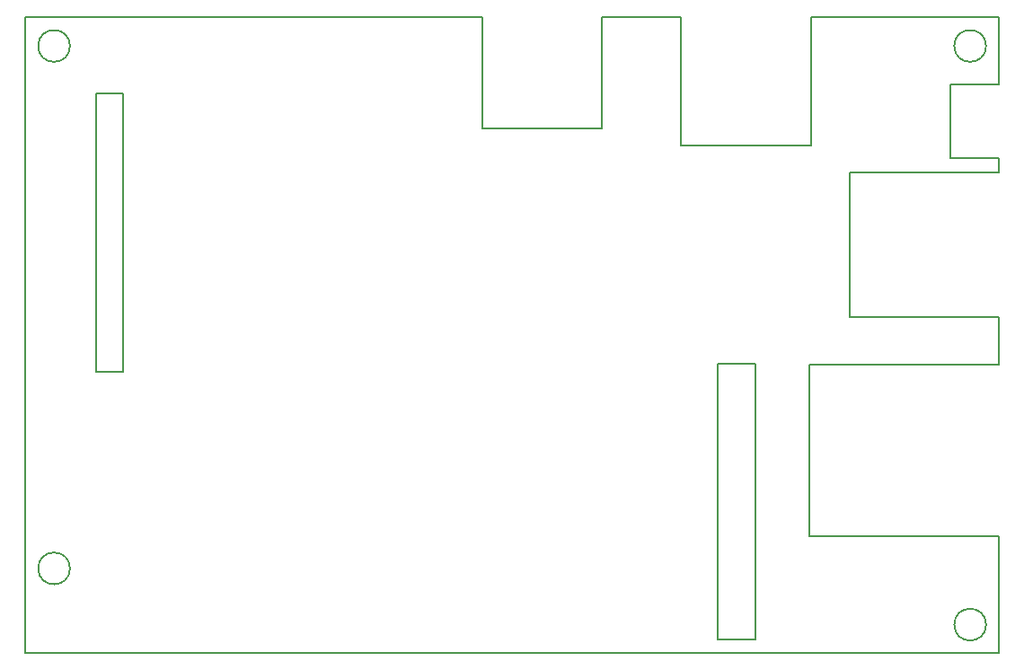
<source format=gbr>
G04 #@! TF.FileFunction,Profile,NP*
%FSLAX46Y46*%
G04 Gerber Fmt 4.6, Leading zero omitted, Abs format (unit mm)*
G04 Created by KiCad (PCBNEW 4.0.5-e0-6337~49~ubuntu16.04.1) date Fri Jan 27 20:14:09 2017*
%MOMM*%
%LPD*%
G01*
G04 APERTURE LIST*
%ADD10C,0.100000*%
%ADD11C,0.150000*%
G04 APERTURE END LIST*
D10*
D11*
X123180000Y-106950000D02*
X125680000Y-106950000D01*
X125680000Y-80650000D02*
X125680000Y-106950000D01*
X123180000Y-80650000D02*
X125680000Y-80650000D01*
X123180000Y-80650000D02*
X123180000Y-106950000D01*
X181780000Y-132150000D02*
X181780000Y-106150000D01*
X185280000Y-106150000D02*
X181780000Y-106150000D01*
X185280000Y-132150000D02*
X181780000Y-132150000D01*
X185280000Y-106150000D02*
X185280000Y-132150000D01*
X208280000Y-122450000D02*
X208280000Y-133450000D01*
X190400000Y-122450000D02*
X208280000Y-122450000D01*
X190400000Y-106250000D02*
X190400000Y-122450000D01*
X208280000Y-106250000D02*
X190400000Y-106250000D01*
X208280000Y-101750000D02*
X208280000Y-106250000D01*
X194180000Y-101750000D02*
X208280000Y-101750000D01*
X194180000Y-88150000D02*
X194180000Y-101750000D01*
X208280000Y-88150000D02*
X194180000Y-88150000D01*
X208280000Y-86750000D02*
X208280000Y-88150000D01*
X203700000Y-86750000D02*
X208280000Y-86750000D01*
X203700000Y-79850000D02*
X203700000Y-86750000D01*
X208280000Y-79850000D02*
X203700000Y-79850000D01*
X190600000Y-73450000D02*
X208280000Y-73450000D01*
X190600000Y-85550000D02*
X190600000Y-73450000D01*
X178300000Y-85550000D02*
X190600000Y-85550000D01*
X178300000Y-73450000D02*
X178300000Y-85550000D01*
X170800000Y-73450000D02*
X178300000Y-73450000D01*
X170800000Y-83950000D02*
X170800000Y-73450000D01*
X159600000Y-83950000D02*
X170800000Y-83950000D01*
X159600000Y-73450000D02*
X159600000Y-83950000D01*
X120700000Y-125450000D02*
G75*
G03X120700000Y-125450000I-1500000J0D01*
G01*
X207050000Y-130750000D02*
G75*
G03X207050000Y-130750000I-1500000J0D01*
G01*
X207050000Y-76200000D02*
G75*
G03X207050000Y-76200000I-1500000J0D01*
G01*
X120700000Y-76200000D02*
G75*
G03X120700000Y-76200000I-1500000J0D01*
G01*
X116480000Y-133450000D02*
X116480000Y-73450000D01*
X208280000Y-133450000D02*
X116480000Y-133450000D01*
X208280000Y-73450000D02*
X208280000Y-79850000D01*
X116480000Y-73450000D02*
X159600000Y-73450000D01*
M02*

</source>
